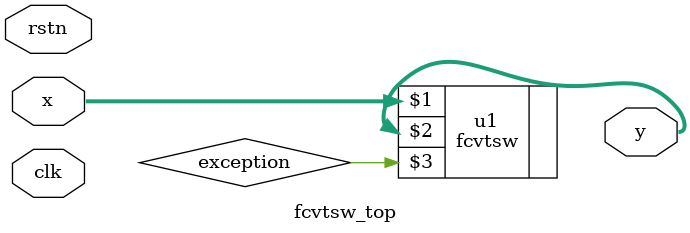
<source format=v>
module fcvtsw_top
   (  input wire [31:0]  x,
      output wire [31:0] y,
      input wire        clk,
      input wire        rstn);

   fcvtsw u1(x,y,exception);

endmodule
</source>
